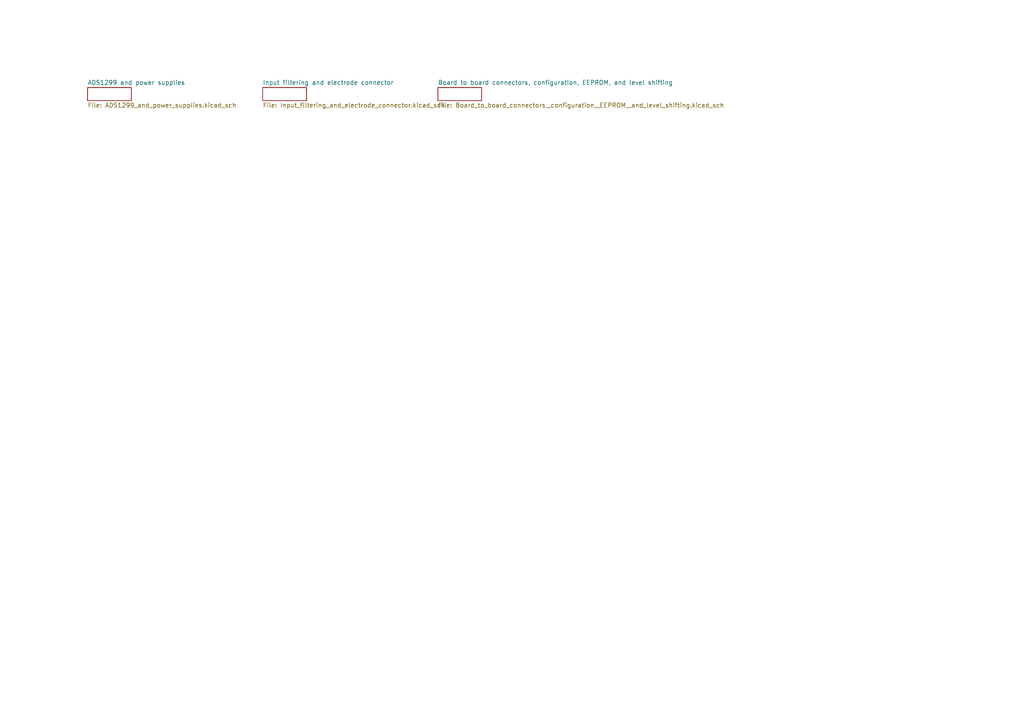
<source format=kicad_sch>
(kicad_sch
	(version 20231120)
	(generator "eeschema")
	(generator_version "8.0")
	(uuid "6b862ef3-4d5d-464d-89b4-15812424ec27")
	(paper "A4")
	(lib_symbols)
	(sheet
		(at 127 25.4)
		(size 12.7 3.81)
		(fields_autoplaced yes)
		(stroke
			(width 0)
			(type solid)
		)
		(fill
			(color 0 0 0 0.0000)
		)
		(uuid "2101921c-4617-422f-85df-b1b8c2b875f9")
		(property "Sheetname" "Board to board connectors, configuration, EEPROM, and level shifting"
			(at 127 24.6884 0)
			(effects
				(font
					(size 1.27 1.27)
				)
				(justify left bottom)
			)
		)
		(property "Sheetfile" "Board_to_board_connectors,_configuration,_EEPROM,_and_level_shifting.kicad_sch"
			(at 127 29.7946 0)
			(effects
				(font
					(size 1.27 1.27)
				)
				(justify left top)
			)
		)
		(instances
			(project "eeg_shield"
				(path "/6b862ef3-4d5d-464d-89b4-15812424ec27"
					(page "3")
				)
			)
		)
	)
	(sheet
		(at 25.4 25.4)
		(size 12.7 3.81)
		(fields_autoplaced yes)
		(stroke
			(width 0)
			(type solid)
		)
		(fill
			(color 0 0 0 0.0000)
		)
		(uuid "5e5ff335-596f-4a63-b927-6b7c1edb6955")
		(property "Sheetname" "ADS1299 and power supplies"
			(at 25.4 24.6884 0)
			(effects
				(font
					(size 1.27 1.27)
				)
				(justify left bottom)
			)
		)
		(property "Sheetfile" "ADS1299_and_power_supplies.kicad_sch"
			(at 25.4 29.7946 0)
			(effects
				(font
					(size 1.27 1.27)
				)
				(justify left top)
			)
		)
		(instances
			(project "eeg_shield"
				(path "/6b862ef3-4d5d-464d-89b4-15812424ec27"
					(page "1")
				)
			)
		)
	)
	(sheet
		(at 76.2 25.4)
		(size 12.7 3.81)
		(fields_autoplaced yes)
		(stroke
			(width 0)
			(type solid)
		)
		(fill
			(color 0 0 0 0.0000)
		)
		(uuid "cc3d3d9e-5094-4f1b-8785-de75b18453f8")
		(property "Sheetname" "Input filtering and electrode connector"
			(at 76.2 24.6884 0)
			(effects
				(font
					(size 1.27 1.27)
				)
				(justify left bottom)
			)
		)
		(property "Sheetfile" "Input_filtering_and_electrode_connector.kicad_sch"
			(at 76.2 29.7946 0)
			(effects
				(font
					(size 1.27 1.27)
				)
				(justify left top)
			)
		)
		(instances
			(project "eeg_shield"
				(path "/6b862ef3-4d5d-464d-89b4-15812424ec27"
					(page "2")
				)
			)
		)
	)
	(sheet_instances
		(path "/"
			(page "1")
		)
	)
)

</source>
